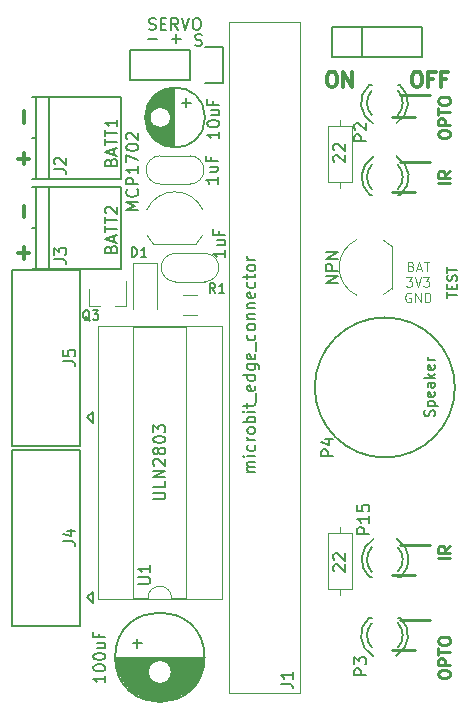
<source format=gto>
G04 #@! TF.FileFunction,Legend,Top*
%FSLAX46Y46*%
G04 Gerber Fmt 4.6, Leading zero omitted, Abs format (unit mm)*
G04 Created by KiCad (PCBNEW 4.0.7) date 09/14/19 13:27:37*
%MOMM*%
%LPD*%
G01*
G04 APERTURE LIST*
%ADD10C,0.100000*%
%ADD11C,0.200000*%
%ADD12C,0.300000*%
%ADD13C,0.254000*%
%ADD14C,0.150000*%
%ADD15C,0.120000*%
%ADD16C,0.127000*%
%ADD17C,0.250000*%
G04 APERTURE END LIST*
D10*
D11*
X152344381Y-103830286D02*
X151344381Y-103830286D01*
X151344381Y-103449333D01*
X151392000Y-103354095D01*
X151439619Y-103306476D01*
X151534857Y-103258857D01*
X151677714Y-103258857D01*
X151772952Y-103306476D01*
X151820571Y-103354095D01*
X151868190Y-103449333D01*
X151868190Y-103830286D01*
X152344381Y-102306476D02*
X152344381Y-102877905D01*
X152344381Y-102592191D02*
X151344381Y-102592191D01*
X151487238Y-102687429D01*
X151582476Y-102782667D01*
X151630095Y-102877905D01*
X151344381Y-101401714D02*
X151344381Y-101877905D01*
X151820571Y-101925524D01*
X151772952Y-101877905D01*
X151725333Y-101782667D01*
X151725333Y-101544571D01*
X151772952Y-101449333D01*
X151820571Y-101401714D01*
X151915810Y-101354095D01*
X152153905Y-101354095D01*
X152249143Y-101401714D01*
X152296762Y-101449333D01*
X152344381Y-101544571D01*
X152344381Y-101782667D01*
X152296762Y-101877905D01*
X152249143Y-101925524D01*
X152090381Y-70588095D02*
X151090381Y-70588095D01*
X151090381Y-70207142D01*
X151138000Y-70111904D01*
X151185619Y-70064285D01*
X151280857Y-70016666D01*
X151423714Y-70016666D01*
X151518952Y-70064285D01*
X151566571Y-70111904D01*
X151614190Y-70207142D01*
X151614190Y-70588095D01*
X151185619Y-69635714D02*
X151138000Y-69588095D01*
X151090381Y-69492857D01*
X151090381Y-69254761D01*
X151138000Y-69159523D01*
X151185619Y-69111904D01*
X151280857Y-69064285D01*
X151376095Y-69064285D01*
X151518952Y-69111904D01*
X152090381Y-69683333D01*
X152090381Y-69064285D01*
X149296381Y-97258095D02*
X148296381Y-97258095D01*
X148296381Y-96877142D01*
X148344000Y-96781904D01*
X148391619Y-96734285D01*
X148486857Y-96686666D01*
X148629714Y-96686666D01*
X148724952Y-96734285D01*
X148772571Y-96781904D01*
X148820190Y-96877142D01*
X148820190Y-97258095D01*
X148629714Y-95829523D02*
X149296381Y-95829523D01*
X148248762Y-96067619D02*
X148963048Y-96305714D01*
X148963048Y-95686666D01*
X152090381Y-115800095D02*
X151090381Y-115800095D01*
X151090381Y-115419142D01*
X151138000Y-115323904D01*
X151185619Y-115276285D01*
X151280857Y-115228666D01*
X151423714Y-115228666D01*
X151518952Y-115276285D01*
X151566571Y-115323904D01*
X151614190Y-115419142D01*
X151614190Y-115800095D01*
X151090381Y-114895333D02*
X151090381Y-114276285D01*
X151471333Y-114609619D01*
X151471333Y-114466761D01*
X151518952Y-114371523D01*
X151566571Y-114323904D01*
X151661810Y-114276285D01*
X151899905Y-114276285D01*
X151995143Y-114323904D01*
X152042762Y-114371523D01*
X152090381Y-114466761D01*
X152090381Y-114752476D01*
X152042762Y-114847714D01*
X151995143Y-114895333D01*
D10*
X155873524Y-81192857D02*
X155987810Y-81230952D01*
X156025905Y-81269048D01*
X156064000Y-81345238D01*
X156064000Y-81459524D01*
X156025905Y-81535714D01*
X155987810Y-81573810D01*
X155911619Y-81611905D01*
X155606857Y-81611905D01*
X155606857Y-80811905D01*
X155873524Y-80811905D01*
X155949714Y-80850000D01*
X155987810Y-80888095D01*
X156025905Y-80964286D01*
X156025905Y-81040476D01*
X155987810Y-81116667D01*
X155949714Y-81154762D01*
X155873524Y-81192857D01*
X155606857Y-81192857D01*
X156368762Y-81383333D02*
X156749714Y-81383333D01*
X156292571Y-81611905D02*
X156559238Y-80811905D01*
X156825905Y-81611905D01*
X156978285Y-80811905D02*
X157435428Y-80811905D01*
X157206857Y-81611905D02*
X157206857Y-80811905D01*
X155473524Y-82111905D02*
X155968762Y-82111905D01*
X155702095Y-82416667D01*
X155816381Y-82416667D01*
X155892571Y-82454762D01*
X155930667Y-82492857D01*
X155968762Y-82569048D01*
X155968762Y-82759524D01*
X155930667Y-82835714D01*
X155892571Y-82873810D01*
X155816381Y-82911905D01*
X155587809Y-82911905D01*
X155511619Y-82873810D01*
X155473524Y-82835714D01*
X156197333Y-82111905D02*
X156464000Y-82911905D01*
X156730667Y-82111905D01*
X156921143Y-82111905D02*
X157416381Y-82111905D01*
X157149714Y-82416667D01*
X157264000Y-82416667D01*
X157340190Y-82454762D01*
X157378286Y-82492857D01*
X157416381Y-82569048D01*
X157416381Y-82759524D01*
X157378286Y-82835714D01*
X157340190Y-82873810D01*
X157264000Y-82911905D01*
X157035428Y-82911905D01*
X156959238Y-82873810D01*
X156921143Y-82835714D01*
X155854477Y-83450000D02*
X155778286Y-83411905D01*
X155664001Y-83411905D01*
X155549715Y-83450000D01*
X155473524Y-83526190D01*
X155435429Y-83602381D01*
X155397334Y-83754762D01*
X155397334Y-83869048D01*
X155435429Y-84021429D01*
X155473524Y-84097619D01*
X155549715Y-84173810D01*
X155664001Y-84211905D01*
X155740191Y-84211905D01*
X155854477Y-84173810D01*
X155892572Y-84135714D01*
X155892572Y-83869048D01*
X155740191Y-83869048D01*
X156235429Y-84211905D02*
X156235429Y-83411905D01*
X156692572Y-84211905D01*
X156692572Y-83411905D01*
X157073524Y-84211905D02*
X157073524Y-83411905D01*
X157264000Y-83411905D01*
X157378286Y-83450000D01*
X157454477Y-83526190D01*
X157492572Y-83602381D01*
X157530667Y-83754762D01*
X157530667Y-83869048D01*
X157492572Y-84021429D01*
X157454477Y-84097619D01*
X157378286Y-84173810D01*
X157264000Y-84211905D01*
X157073524Y-84211905D01*
D12*
X156270477Y-64709524D02*
X156512381Y-64709524D01*
X156633334Y-64770000D01*
X156754286Y-64890952D01*
X156814762Y-65132857D01*
X156814762Y-65556190D01*
X156754286Y-65798095D01*
X156633334Y-65919048D01*
X156512381Y-65979524D01*
X156270477Y-65979524D01*
X156149524Y-65919048D01*
X156028572Y-65798095D01*
X155968096Y-65556190D01*
X155968096Y-65132857D01*
X156028572Y-64890952D01*
X156149524Y-64770000D01*
X156270477Y-64709524D01*
X157782381Y-65314286D02*
X157359048Y-65314286D01*
X157359048Y-65979524D02*
X157359048Y-64709524D01*
X157963810Y-64709524D01*
X158870952Y-65314286D02*
X158447619Y-65314286D01*
X158447619Y-65979524D02*
X158447619Y-64709524D01*
X159052381Y-64709524D01*
D13*
X154940000Y-111125000D02*
X157480000Y-111125000D01*
X154305000Y-74930000D02*
X156210000Y-74930000D01*
X154940000Y-72390000D02*
X157480000Y-72390000D01*
X154305000Y-113665000D02*
X156210000Y-113665000D01*
X154305000Y-107315000D02*
X156210000Y-107315000D01*
X154940000Y-104775000D02*
X157480000Y-104775000D01*
X154305000Y-68580000D02*
X156210000Y-68580000D01*
X154940000Y-66675000D02*
X157480000Y-66675000D01*
D14*
X132334048Y-113101429D02*
X133095953Y-113101429D01*
X132715001Y-113482381D02*
X132715001Y-112720476D01*
D13*
X159209619Y-74168000D02*
X158193619Y-74168000D01*
X159209619Y-73103619D02*
X158725810Y-73442285D01*
X159209619Y-73684190D02*
X158193619Y-73684190D01*
X158193619Y-73297143D01*
X158242000Y-73200381D01*
X158290381Y-73152000D01*
X158387143Y-73103619D01*
X158532286Y-73103619D01*
X158629048Y-73152000D01*
X158677429Y-73200381D01*
X158725810Y-73297143D01*
X158725810Y-73684190D01*
X159209619Y-105918000D02*
X158193619Y-105918000D01*
X159209619Y-104853619D02*
X158725810Y-105192285D01*
X159209619Y-105434190D02*
X158193619Y-105434190D01*
X158193619Y-105047143D01*
X158242000Y-104950381D01*
X158290381Y-104902000D01*
X158387143Y-104853619D01*
X158532286Y-104853619D01*
X158629048Y-104902000D01*
X158677429Y-104950381D01*
X158725810Y-105047143D01*
X158725810Y-105434190D01*
D11*
X138175714Y-61571238D02*
X138032857Y-61523619D01*
X137794761Y-61523619D01*
X137699523Y-61571238D01*
X137651904Y-61618857D01*
X137604285Y-61714095D01*
X137604285Y-61809333D01*
X137651904Y-61904571D01*
X137699523Y-61952190D01*
X137794761Y-61999810D01*
X137985238Y-62047429D01*
X138080476Y-62095048D01*
X138128095Y-62142667D01*
X138175714Y-62237905D01*
X138175714Y-62333143D01*
X138128095Y-62428381D01*
X138080476Y-62476000D01*
X137985238Y-62523619D01*
X137747142Y-62523619D01*
X137604285Y-62476000D01*
X136413809Y-61904571D02*
X135651904Y-61904571D01*
X136032856Y-61523619D02*
X136032856Y-62285524D01*
X134413809Y-61904571D02*
X133651904Y-61904571D01*
D12*
X123099286Y-68065953D02*
X123099286Y-69033572D01*
X123099286Y-71573572D02*
X123099286Y-72541191D01*
X122615476Y-72057381D02*
X123583095Y-72057381D01*
X123099286Y-76048810D02*
X123099286Y-77016429D01*
X123099286Y-79556429D02*
X123099286Y-80524048D01*
X122615476Y-80040238D02*
X123583095Y-80040238D01*
X149073810Y-64709524D02*
X149315714Y-64709524D01*
X149436667Y-64770000D01*
X149557619Y-64890952D01*
X149618095Y-65132857D01*
X149618095Y-65556190D01*
X149557619Y-65798095D01*
X149436667Y-65919048D01*
X149315714Y-65979524D01*
X149073810Y-65979524D01*
X148952857Y-65919048D01*
X148831905Y-65798095D01*
X148771429Y-65556190D01*
X148771429Y-65132857D01*
X148831905Y-64890952D01*
X148952857Y-64770000D01*
X149073810Y-64709524D01*
X150162381Y-65979524D02*
X150162381Y-64709524D01*
X150888095Y-65979524D01*
X150888095Y-64709524D01*
D14*
X159599690Y-91440000D02*
G75*
G03X159599690Y-91440000I-5929690J0D01*
G01*
X149225000Y-63500000D02*
X149225000Y-60960000D01*
X149225000Y-60960000D02*
X156845000Y-60960000D01*
X156845000Y-60960000D02*
X156845000Y-63500000D01*
X156845000Y-63500000D02*
X149225000Y-63500000D01*
X151765000Y-60960000D02*
X151765000Y-63500000D01*
D10*
X138430000Y-82480000D02*
X135930000Y-82480000D01*
X138430000Y-80080000D02*
X135930000Y-80080000D01*
X139630000Y-81280000D02*
G75*
G03X138430000Y-80080000I-1200000J0D01*
G01*
X138430000Y-82480000D02*
G75*
G03X139630000Y-81280000I0J1200000D01*
G01*
X135930000Y-80080000D02*
G75*
G03X134730000Y-81280000I0J-1200000D01*
G01*
X134730000Y-81280000D02*
G75*
G03X135930000Y-82480000I1200000J0D01*
G01*
X137160000Y-74225000D02*
X134660000Y-74225000D01*
X137160000Y-71825000D02*
X134660000Y-71825000D01*
X138360000Y-73025000D02*
G75*
G03X137160000Y-71825000I-1200000J0D01*
G01*
X137160000Y-74225000D02*
G75*
G03X138360000Y-73025000I0J1200000D01*
G01*
X134660000Y-71825000D02*
G75*
G03X133460000Y-73025000I0J-1200000D01*
G01*
X133460000Y-73025000D02*
G75*
G03X134660000Y-74225000I1200000J0D01*
G01*
D14*
X135835000Y-71079000D02*
X135835000Y-66081000D01*
X135695000Y-71071000D02*
X135695000Y-66089000D01*
X135555000Y-71055000D02*
X135555000Y-68675000D01*
X135555000Y-68485000D02*
X135555000Y-66105000D01*
X135415000Y-71031000D02*
X135415000Y-69070000D01*
X135415000Y-68090000D02*
X135415000Y-66129000D01*
X135275000Y-70998000D02*
X135275000Y-69237000D01*
X135275000Y-67923000D02*
X135275000Y-66162000D01*
X135135000Y-70957000D02*
X135135000Y-69344000D01*
X135135000Y-67816000D02*
X135135000Y-66203000D01*
X134995000Y-70907000D02*
X134995000Y-69415000D01*
X134995000Y-67745000D02*
X134995000Y-66253000D01*
X134855000Y-70846000D02*
X134855000Y-69459000D01*
X134855000Y-67701000D02*
X134855000Y-66314000D01*
X134715000Y-70776000D02*
X134715000Y-69478000D01*
X134715000Y-67682000D02*
X134715000Y-66384000D01*
X134575000Y-70694000D02*
X134575000Y-69476000D01*
X134575000Y-67684000D02*
X134575000Y-66466000D01*
X134435000Y-70599000D02*
X134435000Y-69451000D01*
X134435000Y-67709000D02*
X134435000Y-66561000D01*
X134295000Y-70488000D02*
X134295000Y-69403000D01*
X134295000Y-67757000D02*
X134295000Y-66672000D01*
X134155000Y-70360000D02*
X134155000Y-69325000D01*
X134155000Y-67835000D02*
X134155000Y-66800000D01*
X134015000Y-70211000D02*
X134015000Y-69208000D01*
X134015000Y-67952000D02*
X134015000Y-66949000D01*
X133875000Y-70032000D02*
X133875000Y-69020000D01*
X133875000Y-68140000D02*
X133875000Y-67128000D01*
X133735000Y-69813000D02*
X133735000Y-67347000D01*
X133595000Y-69524000D02*
X133595000Y-67636000D01*
X133455000Y-69052000D02*
X133455000Y-68108000D01*
X135560000Y-68580000D02*
G75*
G03X135560000Y-68580000I-900000J0D01*
G01*
X138447500Y-68580000D02*
G75*
G03X138447500Y-68580000I-2537500J0D01*
G01*
X138369000Y-114355000D02*
X130871000Y-114355000D01*
X138364000Y-114495000D02*
X130876000Y-114495000D01*
X138353000Y-114635000D02*
X135066000Y-114635000D01*
X134174000Y-114635000D02*
X130887000Y-114635000D01*
X138337000Y-114775000D02*
X135276000Y-114775000D01*
X133964000Y-114775000D02*
X130903000Y-114775000D01*
X138316000Y-114915000D02*
X135409000Y-114915000D01*
X133831000Y-114915000D02*
X130924000Y-114915000D01*
X138289000Y-115055000D02*
X135500000Y-115055000D01*
X133740000Y-115055000D02*
X130951000Y-115055000D01*
X138257000Y-115195000D02*
X135562000Y-115195000D01*
X133678000Y-115195000D02*
X130983000Y-115195000D01*
X138219000Y-115335000D02*
X135601000Y-115335000D01*
X133639000Y-115335000D02*
X131021000Y-115335000D01*
X138175000Y-115475000D02*
X135618000Y-115475000D01*
X133622000Y-115475000D02*
X131065000Y-115475000D01*
X138124000Y-115615000D02*
X135616000Y-115615000D01*
X133624000Y-115615000D02*
X131116000Y-115615000D01*
X138068000Y-115755000D02*
X135594000Y-115755000D01*
X133646000Y-115755000D02*
X131172000Y-115755000D01*
X138004000Y-115895000D02*
X135551000Y-115895000D01*
X133689000Y-115895000D02*
X131236000Y-115895000D01*
X137934000Y-116035000D02*
X135483000Y-116035000D01*
X133757000Y-116035000D02*
X131306000Y-116035000D01*
X137856000Y-116175000D02*
X135384000Y-116175000D01*
X133856000Y-116175000D02*
X131384000Y-116175000D01*
X137770000Y-116315000D02*
X135239000Y-116315000D01*
X134001000Y-116315000D02*
X131470000Y-116315000D01*
X137675000Y-116455000D02*
X135000000Y-116455000D01*
X134240000Y-116455000D02*
X131565000Y-116455000D01*
X137570000Y-116595000D02*
X131670000Y-116595000D01*
X137455000Y-116735000D02*
X131785000Y-116735000D01*
X137327000Y-116875000D02*
X131913000Y-116875000D01*
X137186000Y-117015000D02*
X132054000Y-117015000D01*
X137028000Y-117155000D02*
X132212000Y-117155000D01*
X136850000Y-117295000D02*
X132390000Y-117295000D01*
X136647000Y-117435000D02*
X132593000Y-117435000D01*
X136410000Y-117575000D02*
X132830000Y-117575000D01*
X136124000Y-117715000D02*
X133116000Y-117715000D01*
X135752000Y-117855000D02*
X133488000Y-117855000D01*
X135131000Y-117995000D02*
X134109000Y-117995000D01*
X135620000Y-115530000D02*
G75*
G03X135620000Y-115530000I-1000000J0D01*
G01*
X138407500Y-114280000D02*
G75*
G03X138407500Y-114280000I-3787500J0D01*
G01*
D15*
X134090000Y-79320000D02*
X137690000Y-79320000D01*
X133565816Y-78592795D02*
G75*
G03X134090000Y-79320000I2324184J1122795D01*
G01*
X133533600Y-76371193D02*
G75*
G02X135890000Y-74870000I2356400J-1098807D01*
G01*
X138246400Y-76371193D02*
G75*
G03X135890000Y-74870000I-2356400J-1098807D01*
G01*
X138214184Y-78592795D02*
G75*
G02X137690000Y-79320000I-2324184J1122795D01*
G01*
X154250000Y-83080000D02*
X154250000Y-79480000D01*
X153522795Y-83604184D02*
G75*
G03X154250000Y-83080000I-1122795J2324184D01*
G01*
X151301193Y-83636400D02*
G75*
G02X149800000Y-81280000I1098807J2356400D01*
G01*
X151301193Y-78923600D02*
G75*
G03X149800000Y-81280000I1098807J-2356400D01*
G01*
X153522795Y-78955816D02*
G75*
G02X154250000Y-79480000I-1122795J-2324184D01*
G01*
D14*
X122110000Y-96430000D02*
X122110000Y-81530000D01*
X127860000Y-96430000D02*
X127860000Y-81530000D01*
X122110000Y-96430000D02*
X127860000Y-96430000D01*
X122110000Y-81530000D02*
X127860000Y-81530000D01*
X128960000Y-94480000D02*
X128960000Y-93480000D01*
X128460000Y-93980000D02*
X128960000Y-93480000D01*
X128460000Y-93980000D02*
X128960000Y-94480000D01*
X152356000Y-110926000D02*
X152556000Y-110926000D01*
X154950000Y-110926000D02*
X154770000Y-110926000D01*
X154639643Y-114153744D02*
G75*
G03X154956000Y-110926000I-1003643J1727744D01*
G01*
X154769068Y-113478006D02*
G75*
G03X154770000Y-111375000I-1133068J1052006D01*
G01*
X152329274Y-110938780D02*
G75*
G03X152676000Y-114176000I1306726J-1497220D01*
G01*
X152556747Y-111412111D02*
G75*
G03X152576000Y-113460000I1079253J-1013889D01*
G01*
X152356000Y-65841000D02*
X152556000Y-65841000D01*
X154950000Y-65841000D02*
X154770000Y-65841000D01*
X154639643Y-69068744D02*
G75*
G03X154956000Y-65841000I-1003643J1727744D01*
G01*
X154769068Y-68393006D02*
G75*
G03X154770000Y-66290000I-1133068J1052006D01*
G01*
X152329274Y-65853780D02*
G75*
G03X152676000Y-69091000I1306726J-1497220D01*
G01*
X152556747Y-66327111D02*
G75*
G03X152576000Y-68375000I1079253J-1013889D01*
G01*
X154984000Y-75129000D02*
X154784000Y-75129000D01*
X152390000Y-75129000D02*
X152570000Y-75129000D01*
X152700357Y-71901256D02*
G75*
G03X152384000Y-75129000I1003643J-1727744D01*
G01*
X152570932Y-72576994D02*
G75*
G03X152570000Y-74680000I1133068J-1052006D01*
G01*
X155010726Y-75116220D02*
G75*
G03X154664000Y-71879000I-1306726J1497220D01*
G01*
X154783253Y-74642889D02*
G75*
G03X154764000Y-72595000I-1079253J1013889D01*
G01*
X137160000Y-62865000D02*
X132080000Y-62865000D01*
X132080000Y-62865000D02*
X132080000Y-65405000D01*
X132080000Y-65405000D02*
X137160000Y-65405000D01*
X139980000Y-65685000D02*
X138430000Y-65685000D01*
X137160000Y-65405000D02*
X137160000Y-62865000D01*
X138430000Y-62585000D02*
X139980000Y-62585000D01*
X139980000Y-62585000D02*
X139980000Y-65685000D01*
X124170000Y-70330000D02*
X123770000Y-70330000D01*
X125270000Y-66830000D02*
X125270000Y-73830000D01*
X124170000Y-66830000D02*
X124170000Y-73830000D01*
X131370000Y-66830000D02*
X123770000Y-66830000D01*
X123770000Y-73830000D02*
X131370000Y-73830000D01*
X131370000Y-73830000D02*
X131370000Y-66830000D01*
X124170000Y-77950000D02*
X123770000Y-77950000D01*
X125270000Y-74450000D02*
X125270000Y-81450000D01*
X124170000Y-74450000D02*
X124170000Y-81450000D01*
X131370000Y-74450000D02*
X123770000Y-74450000D01*
X123770000Y-81450000D02*
X131370000Y-81450000D01*
X131370000Y-81450000D02*
X131370000Y-74450000D01*
X154984000Y-107514000D02*
X154784000Y-107514000D01*
X152390000Y-107514000D02*
X152570000Y-107514000D01*
X152700357Y-104286256D02*
G75*
G03X152384000Y-107514000I1003643J-1727744D01*
G01*
X152570932Y-104961994D02*
G75*
G03X152570000Y-107065000I1133068J-1052006D01*
G01*
X155010726Y-107501220D02*
G75*
G03X154664000Y-104264000I-1306726J1497220D01*
G01*
X154783253Y-107027889D02*
G75*
G03X154764000Y-104980000I-1079253J1013889D01*
G01*
D15*
X149860000Y-69315000D02*
X149860000Y-68815000D01*
X149860000Y-74065000D02*
X149860000Y-74565000D01*
X148860000Y-74065000D02*
X150860000Y-74065000D01*
X150860000Y-74065000D02*
X150860000Y-69315000D01*
X150860000Y-69315000D02*
X148860000Y-69315000D01*
X148860000Y-69315000D02*
X148860000Y-74065000D01*
X149860000Y-108485000D02*
X149860000Y-108985000D01*
X149860000Y-103735000D02*
X149860000Y-103235000D01*
X150860000Y-103735000D02*
X148860000Y-103735000D01*
X148860000Y-103735000D02*
X148860000Y-108485000D01*
X148860000Y-108485000D02*
X150860000Y-108485000D01*
X150860000Y-108485000D02*
X150860000Y-103735000D01*
X146510000Y-60500000D02*
X140510000Y-60500000D01*
X146510000Y-117300000D02*
X140510000Y-117300000D01*
X146510000Y-117300000D02*
X146510000Y-60500000D01*
X140510000Y-117300000D02*
X140510000Y-60500000D01*
X133620000Y-109280000D02*
G75*
G02X135620000Y-109280000I1000000J0D01*
G01*
X135620000Y-109280000D02*
X136870000Y-109280000D01*
X136870000Y-109280000D02*
X136870000Y-86300000D01*
X136870000Y-86300000D02*
X132370000Y-86300000D01*
X132370000Y-86300000D02*
X132370000Y-109280000D01*
X132370000Y-109280000D02*
X133620000Y-109280000D01*
X139870000Y-109340000D02*
X139870000Y-86240000D01*
X139870000Y-86240000D02*
X129370000Y-86240000D01*
X129370000Y-86240000D02*
X129370000Y-109340000D01*
X129370000Y-109340000D02*
X139870000Y-109340000D01*
D14*
X122110000Y-111670000D02*
X122110000Y-96770000D01*
X127860000Y-111670000D02*
X127860000Y-96770000D01*
X122110000Y-111670000D02*
X127860000Y-111670000D01*
X122110000Y-96770000D02*
X127860000Y-96770000D01*
X128960000Y-109720000D02*
X128960000Y-108720000D01*
X128460000Y-109220000D02*
X128960000Y-108720000D01*
X128460000Y-109220000D02*
X128960000Y-109720000D01*
D15*
X128595000Y-84580000D02*
X129525000Y-84580000D01*
X131755000Y-84580000D02*
X130825000Y-84580000D01*
X131755000Y-84580000D02*
X131755000Y-82420000D01*
X128595000Y-84580000D02*
X128595000Y-83120000D01*
X137760000Y-85335000D02*
X136560000Y-85335000D01*
X136560000Y-83575000D02*
X137760000Y-83575000D01*
X134350000Y-80935000D02*
X132350000Y-80935000D01*
X132350000Y-80935000D02*
X132350000Y-84835000D01*
X134350000Y-80935000D02*
X134350000Y-84835000D01*
D16*
X157839833Y-93895333D02*
X157882167Y-93768333D01*
X157882167Y-93556666D01*
X157839833Y-93471999D01*
X157797500Y-93429666D01*
X157712833Y-93387333D01*
X157628167Y-93387333D01*
X157543500Y-93429666D01*
X157501167Y-93471999D01*
X157458833Y-93556666D01*
X157416500Y-93725999D01*
X157374167Y-93810666D01*
X157331833Y-93852999D01*
X157247167Y-93895333D01*
X157162500Y-93895333D01*
X157077833Y-93852999D01*
X157035500Y-93810666D01*
X156993167Y-93725999D01*
X156993167Y-93514333D01*
X157035500Y-93387333D01*
X157289500Y-93006332D02*
X158178500Y-93006332D01*
X157331833Y-93006332D02*
X157289500Y-92921666D01*
X157289500Y-92752332D01*
X157331833Y-92667666D01*
X157374167Y-92625332D01*
X157458833Y-92582999D01*
X157712833Y-92582999D01*
X157797500Y-92625332D01*
X157839833Y-92667666D01*
X157882167Y-92752332D01*
X157882167Y-92921666D01*
X157839833Y-93006332D01*
X157839833Y-91863333D02*
X157882167Y-91947999D01*
X157882167Y-92117333D01*
X157839833Y-92201999D01*
X157755167Y-92244333D01*
X157416500Y-92244333D01*
X157331833Y-92201999D01*
X157289500Y-92117333D01*
X157289500Y-91947999D01*
X157331833Y-91863333D01*
X157416500Y-91820999D01*
X157501167Y-91820999D01*
X157585833Y-92244333D01*
X157882167Y-91058999D02*
X157416500Y-91058999D01*
X157331833Y-91101333D01*
X157289500Y-91185999D01*
X157289500Y-91355333D01*
X157331833Y-91439999D01*
X157839833Y-91058999D02*
X157882167Y-91143666D01*
X157882167Y-91355333D01*
X157839833Y-91439999D01*
X157755167Y-91482333D01*
X157670500Y-91482333D01*
X157585833Y-91439999D01*
X157543500Y-91355333D01*
X157543500Y-91143666D01*
X157501167Y-91058999D01*
X157882167Y-90635666D02*
X156993167Y-90635666D01*
X157543500Y-90551000D02*
X157882167Y-90297000D01*
X157289500Y-90297000D02*
X157628167Y-90635666D01*
X157839833Y-89577333D02*
X157882167Y-89661999D01*
X157882167Y-89831333D01*
X157839833Y-89915999D01*
X157755167Y-89958333D01*
X157416500Y-89958333D01*
X157331833Y-89915999D01*
X157289500Y-89831333D01*
X157289500Y-89661999D01*
X157331833Y-89577333D01*
X157416500Y-89534999D01*
X157501167Y-89534999D01*
X157585833Y-89958333D01*
X157882167Y-89153999D02*
X157289500Y-89153999D01*
X157458833Y-89153999D02*
X157374167Y-89111666D01*
X157331833Y-89069333D01*
X157289500Y-88984666D01*
X157289500Y-88899999D01*
D14*
X140152381Y-79843238D02*
X140152381Y-80414667D01*
X140152381Y-80128953D02*
X139152381Y-80128953D01*
X139295238Y-80224191D01*
X139390476Y-80319429D01*
X139438095Y-80414667D01*
X139485714Y-78986095D02*
X140152381Y-78986095D01*
X139485714Y-79414667D02*
X140009524Y-79414667D01*
X140104762Y-79367048D01*
X140152381Y-79271810D01*
X140152381Y-79128952D01*
X140104762Y-79033714D01*
X140057143Y-78986095D01*
X139628571Y-78176571D02*
X139628571Y-78509905D01*
X140152381Y-78509905D02*
X139152381Y-78509905D01*
X139152381Y-78033714D01*
X139517381Y-73620238D02*
X139517381Y-74191667D01*
X139517381Y-73905953D02*
X138517381Y-73905953D01*
X138660238Y-74001191D01*
X138755476Y-74096429D01*
X138803095Y-74191667D01*
X138850714Y-72763095D02*
X139517381Y-72763095D01*
X138850714Y-73191667D02*
X139374524Y-73191667D01*
X139469762Y-73144048D01*
X139517381Y-73048810D01*
X139517381Y-72905952D01*
X139469762Y-72810714D01*
X139422143Y-72763095D01*
X138993571Y-71953571D02*
X138993571Y-72286905D01*
X139517381Y-72286905D02*
X138517381Y-72286905D01*
X138517381Y-71810714D01*
X139644381Y-69778428D02*
X139644381Y-70349857D01*
X139644381Y-70064143D02*
X138644381Y-70064143D01*
X138787238Y-70159381D01*
X138882476Y-70254619D01*
X138930095Y-70349857D01*
X138644381Y-69159381D02*
X138644381Y-69064142D01*
X138692000Y-68968904D01*
X138739619Y-68921285D01*
X138834857Y-68873666D01*
X139025333Y-68826047D01*
X139263429Y-68826047D01*
X139453905Y-68873666D01*
X139549143Y-68921285D01*
X139596762Y-68968904D01*
X139644381Y-69064142D01*
X139644381Y-69159381D01*
X139596762Y-69254619D01*
X139549143Y-69302238D01*
X139453905Y-69349857D01*
X139263429Y-69397476D01*
X139025333Y-69397476D01*
X138834857Y-69349857D01*
X138739619Y-69302238D01*
X138692000Y-69254619D01*
X138644381Y-69159381D01*
X138977714Y-67968904D02*
X139644381Y-67968904D01*
X138977714Y-68397476D02*
X139501524Y-68397476D01*
X139596762Y-68349857D01*
X139644381Y-68254619D01*
X139644381Y-68111761D01*
X139596762Y-68016523D01*
X139549143Y-67968904D01*
X139120571Y-67159380D02*
X139120571Y-67492714D01*
X139644381Y-67492714D02*
X138644381Y-67492714D01*
X138644381Y-67016523D01*
X136479048Y-67351429D02*
X137240953Y-67351429D01*
X136860001Y-67732381D02*
X136860001Y-66970476D01*
X129992381Y-115847619D02*
X129992381Y-116419048D01*
X129992381Y-116133334D02*
X128992381Y-116133334D01*
X129135238Y-116228572D01*
X129230476Y-116323810D01*
X129278095Y-116419048D01*
X128992381Y-115228572D02*
X128992381Y-115133333D01*
X129040000Y-115038095D01*
X129087619Y-114990476D01*
X129182857Y-114942857D01*
X129373333Y-114895238D01*
X129611429Y-114895238D01*
X129801905Y-114942857D01*
X129897143Y-114990476D01*
X129944762Y-115038095D01*
X129992381Y-115133333D01*
X129992381Y-115228572D01*
X129944762Y-115323810D01*
X129897143Y-115371429D01*
X129801905Y-115419048D01*
X129611429Y-115466667D01*
X129373333Y-115466667D01*
X129182857Y-115419048D01*
X129087619Y-115371429D01*
X129040000Y-115323810D01*
X128992381Y-115228572D01*
X128992381Y-114276191D02*
X128992381Y-114180952D01*
X129040000Y-114085714D01*
X129087619Y-114038095D01*
X129182857Y-113990476D01*
X129373333Y-113942857D01*
X129611429Y-113942857D01*
X129801905Y-113990476D01*
X129897143Y-114038095D01*
X129944762Y-114085714D01*
X129992381Y-114180952D01*
X129992381Y-114276191D01*
X129944762Y-114371429D01*
X129897143Y-114419048D01*
X129801905Y-114466667D01*
X129611429Y-114514286D01*
X129373333Y-114514286D01*
X129182857Y-114466667D01*
X129087619Y-114419048D01*
X129040000Y-114371429D01*
X128992381Y-114276191D01*
X129325714Y-113085714D02*
X129992381Y-113085714D01*
X129325714Y-113514286D02*
X129849524Y-113514286D01*
X129944762Y-113466667D01*
X129992381Y-113371429D01*
X129992381Y-113228571D01*
X129944762Y-113133333D01*
X129897143Y-113085714D01*
X129468571Y-112276190D02*
X129468571Y-112609524D01*
X129992381Y-112609524D02*
X128992381Y-112609524D01*
X128992381Y-112133333D01*
X132786381Y-76390095D02*
X131786381Y-76390095D01*
X132500667Y-76056761D01*
X131786381Y-75723428D01*
X132786381Y-75723428D01*
X132691143Y-74675809D02*
X132738762Y-74723428D01*
X132786381Y-74866285D01*
X132786381Y-74961523D01*
X132738762Y-75104381D01*
X132643524Y-75199619D01*
X132548286Y-75247238D01*
X132357810Y-75294857D01*
X132214952Y-75294857D01*
X132024476Y-75247238D01*
X131929238Y-75199619D01*
X131834000Y-75104381D01*
X131786381Y-74961523D01*
X131786381Y-74866285D01*
X131834000Y-74723428D01*
X131881619Y-74675809D01*
X132786381Y-74247238D02*
X131786381Y-74247238D01*
X131786381Y-73866285D01*
X131834000Y-73771047D01*
X131881619Y-73723428D01*
X131976857Y-73675809D01*
X132119714Y-73675809D01*
X132214952Y-73723428D01*
X132262571Y-73771047D01*
X132310190Y-73866285D01*
X132310190Y-74247238D01*
X132786381Y-72723428D02*
X132786381Y-73294857D01*
X132786381Y-73009143D02*
X131786381Y-73009143D01*
X131929238Y-73104381D01*
X132024476Y-73199619D01*
X132072095Y-73294857D01*
X131786381Y-72390095D02*
X131786381Y-71723428D01*
X132786381Y-72152000D01*
X131786381Y-71152000D02*
X131786381Y-71056761D01*
X131834000Y-70961523D01*
X131881619Y-70913904D01*
X131976857Y-70866285D01*
X132167333Y-70818666D01*
X132405429Y-70818666D01*
X132595905Y-70866285D01*
X132691143Y-70913904D01*
X132738762Y-70961523D01*
X132786381Y-71056761D01*
X132786381Y-71152000D01*
X132738762Y-71247238D01*
X132691143Y-71294857D01*
X132595905Y-71342476D01*
X132405429Y-71390095D01*
X132167333Y-71390095D01*
X131976857Y-71342476D01*
X131881619Y-71294857D01*
X131834000Y-71247238D01*
X131786381Y-71152000D01*
X131881619Y-70437714D02*
X131834000Y-70390095D01*
X131786381Y-70294857D01*
X131786381Y-70056761D01*
X131834000Y-69961523D01*
X131881619Y-69913904D01*
X131976857Y-69866285D01*
X132072095Y-69866285D01*
X132214952Y-69913904D01*
X132786381Y-70485333D01*
X132786381Y-69866285D01*
X149677381Y-82589524D02*
X148677381Y-82589524D01*
X149677381Y-82018095D01*
X148677381Y-82018095D01*
X149677381Y-81541905D02*
X148677381Y-81541905D01*
X148677381Y-81160952D01*
X148725000Y-81065714D01*
X148772619Y-81018095D01*
X148867857Y-80970476D01*
X149010714Y-80970476D01*
X149105952Y-81018095D01*
X149153571Y-81065714D01*
X149201190Y-81160952D01*
X149201190Y-81541905D01*
X149677381Y-80541905D02*
X148677381Y-80541905D01*
X149677381Y-79970476D01*
X148677381Y-79970476D01*
X158946905Y-83826191D02*
X158946905Y-83369048D01*
X159746905Y-83597619D02*
X158946905Y-83597619D01*
X159327857Y-83102381D02*
X159327857Y-82835714D01*
X159746905Y-82721428D02*
X159746905Y-83102381D01*
X158946905Y-83102381D01*
X158946905Y-82721428D01*
X159708810Y-82416666D02*
X159746905Y-82302380D01*
X159746905Y-82111904D01*
X159708810Y-82035714D01*
X159670714Y-81997618D01*
X159594524Y-81959523D01*
X159518333Y-81959523D01*
X159442143Y-81997618D01*
X159404048Y-82035714D01*
X159365952Y-82111904D01*
X159327857Y-82264285D01*
X159289762Y-82340476D01*
X159251667Y-82378571D01*
X159175476Y-82416666D01*
X159099286Y-82416666D01*
X159023095Y-82378571D01*
X158985000Y-82340476D01*
X158946905Y-82264285D01*
X158946905Y-82073809D01*
X158985000Y-81959523D01*
X158946905Y-81730952D02*
X158946905Y-81273809D01*
X159746905Y-81502380D02*
X158946905Y-81502380D01*
X126452381Y-89233333D02*
X127166667Y-89233333D01*
X127309524Y-89280953D01*
X127404762Y-89376191D01*
X127452381Y-89519048D01*
X127452381Y-89614286D01*
X126452381Y-88280952D02*
X126452381Y-88757143D01*
X126928571Y-88804762D01*
X126880952Y-88757143D01*
X126833333Y-88661905D01*
X126833333Y-88423809D01*
X126880952Y-88328571D01*
X126928571Y-88280952D01*
X127023810Y-88233333D01*
X127261905Y-88233333D01*
X127357143Y-88280952D01*
X127404762Y-88328571D01*
X127452381Y-88423809D01*
X127452381Y-88661905D01*
X127404762Y-88757143D01*
X127357143Y-88804762D01*
D17*
X158202381Y-115800000D02*
X158202381Y-115609523D01*
X158250000Y-115514285D01*
X158345238Y-115419047D01*
X158535714Y-115371428D01*
X158869048Y-115371428D01*
X159059524Y-115419047D01*
X159154762Y-115514285D01*
X159202381Y-115609523D01*
X159202381Y-115800000D01*
X159154762Y-115895238D01*
X159059524Y-115990476D01*
X158869048Y-116038095D01*
X158535714Y-116038095D01*
X158345238Y-115990476D01*
X158250000Y-115895238D01*
X158202381Y-115800000D01*
X159202381Y-114942857D02*
X158202381Y-114942857D01*
X158202381Y-114561904D01*
X158250000Y-114466666D01*
X158297619Y-114419047D01*
X158392857Y-114371428D01*
X158535714Y-114371428D01*
X158630952Y-114419047D01*
X158678571Y-114466666D01*
X158726190Y-114561904D01*
X158726190Y-114942857D01*
X158202381Y-114085714D02*
X158202381Y-113514285D01*
X159202381Y-113800000D02*
X158202381Y-113800000D01*
X158202381Y-112990476D02*
X158202381Y-112799999D01*
X158250000Y-112704761D01*
X158345238Y-112609523D01*
X158535714Y-112561904D01*
X158869048Y-112561904D01*
X159059524Y-112609523D01*
X159154762Y-112704761D01*
X159202381Y-112799999D01*
X159202381Y-112990476D01*
X159154762Y-113085714D01*
X159059524Y-113180952D01*
X158869048Y-113228571D01*
X158535714Y-113228571D01*
X158345238Y-113180952D01*
X158250000Y-113085714D01*
X158202381Y-112990476D01*
X158202381Y-70080000D02*
X158202381Y-69889523D01*
X158250000Y-69794285D01*
X158345238Y-69699047D01*
X158535714Y-69651428D01*
X158869048Y-69651428D01*
X159059524Y-69699047D01*
X159154762Y-69794285D01*
X159202381Y-69889523D01*
X159202381Y-70080000D01*
X159154762Y-70175238D01*
X159059524Y-70270476D01*
X158869048Y-70318095D01*
X158535714Y-70318095D01*
X158345238Y-70270476D01*
X158250000Y-70175238D01*
X158202381Y-70080000D01*
X159202381Y-69222857D02*
X158202381Y-69222857D01*
X158202381Y-68841904D01*
X158250000Y-68746666D01*
X158297619Y-68699047D01*
X158392857Y-68651428D01*
X158535714Y-68651428D01*
X158630952Y-68699047D01*
X158678571Y-68746666D01*
X158726190Y-68841904D01*
X158726190Y-69222857D01*
X158202381Y-68365714D02*
X158202381Y-67794285D01*
X159202381Y-68080000D02*
X158202381Y-68080000D01*
X158202381Y-67270476D02*
X158202381Y-67079999D01*
X158250000Y-66984761D01*
X158345238Y-66889523D01*
X158535714Y-66841904D01*
X158869048Y-66841904D01*
X159059524Y-66889523D01*
X159154762Y-66984761D01*
X159202381Y-67079999D01*
X159202381Y-67270476D01*
X159154762Y-67365714D01*
X159059524Y-67460952D01*
X158869048Y-67508571D01*
X158535714Y-67508571D01*
X158345238Y-67460952D01*
X158250000Y-67365714D01*
X158202381Y-67270476D01*
D14*
X133699524Y-61110762D02*
X133842381Y-61158381D01*
X134080477Y-61158381D01*
X134175715Y-61110762D01*
X134223334Y-61063143D01*
X134270953Y-60967905D01*
X134270953Y-60872667D01*
X134223334Y-60777429D01*
X134175715Y-60729810D01*
X134080477Y-60682190D01*
X133890000Y-60634571D01*
X133794762Y-60586952D01*
X133747143Y-60539333D01*
X133699524Y-60444095D01*
X133699524Y-60348857D01*
X133747143Y-60253619D01*
X133794762Y-60206000D01*
X133890000Y-60158381D01*
X134128096Y-60158381D01*
X134270953Y-60206000D01*
X134699524Y-60634571D02*
X135032858Y-60634571D01*
X135175715Y-61158381D02*
X134699524Y-61158381D01*
X134699524Y-60158381D01*
X135175715Y-60158381D01*
X136175715Y-61158381D02*
X135842381Y-60682190D01*
X135604286Y-61158381D02*
X135604286Y-60158381D01*
X135985239Y-60158381D01*
X136080477Y-60206000D01*
X136128096Y-60253619D01*
X136175715Y-60348857D01*
X136175715Y-60491714D01*
X136128096Y-60586952D01*
X136080477Y-60634571D01*
X135985239Y-60682190D01*
X135604286Y-60682190D01*
X136461429Y-60158381D02*
X136794762Y-61158381D01*
X137128096Y-60158381D01*
X137651905Y-60158381D02*
X137842382Y-60158381D01*
X137937620Y-60206000D01*
X138032858Y-60301238D01*
X138080477Y-60491714D01*
X138080477Y-60825048D01*
X138032858Y-61015524D01*
X137937620Y-61110762D01*
X137842382Y-61158381D01*
X137651905Y-61158381D01*
X137556667Y-61110762D01*
X137461429Y-61015524D01*
X137413810Y-60825048D01*
X137413810Y-60491714D01*
X137461429Y-60301238D01*
X137556667Y-60206000D01*
X137651905Y-60158381D01*
X125690381Y-72977333D02*
X126404667Y-72977333D01*
X126547524Y-73024953D01*
X126642762Y-73120191D01*
X126690381Y-73263048D01*
X126690381Y-73358286D01*
X125785619Y-72548762D02*
X125738000Y-72501143D01*
X125690381Y-72405905D01*
X125690381Y-72167809D01*
X125738000Y-72072571D01*
X125785619Y-72024952D01*
X125880857Y-71977333D01*
X125976095Y-71977333D01*
X126118952Y-72024952D01*
X126690381Y-72596381D01*
X126690381Y-71977333D01*
X130484571Y-72334238D02*
X130532190Y-72191381D01*
X130579810Y-72143762D01*
X130675048Y-72096143D01*
X130817905Y-72096143D01*
X130913143Y-72143762D01*
X130960762Y-72191381D01*
X131008381Y-72286619D01*
X131008381Y-72667572D01*
X130008381Y-72667572D01*
X130008381Y-72334238D01*
X130056000Y-72239000D01*
X130103619Y-72191381D01*
X130198857Y-72143762D01*
X130294095Y-72143762D01*
X130389333Y-72191381D01*
X130436952Y-72239000D01*
X130484571Y-72334238D01*
X130484571Y-72667572D01*
X130722667Y-71715191D02*
X130722667Y-71239000D01*
X131008381Y-71810429D02*
X130008381Y-71477096D01*
X131008381Y-71143762D01*
X130008381Y-70953286D02*
X130008381Y-70381857D01*
X131008381Y-70667572D02*
X130008381Y-70667572D01*
X130008381Y-70191381D02*
X130008381Y-69619952D01*
X131008381Y-69905667D02*
X130008381Y-69905667D01*
X131008381Y-68762809D02*
X131008381Y-69334238D01*
X131008381Y-69048524D02*
X130008381Y-69048524D01*
X130151238Y-69143762D01*
X130246476Y-69239000D01*
X130294095Y-69334238D01*
X125690381Y-80597333D02*
X126404667Y-80597333D01*
X126547524Y-80644953D01*
X126642762Y-80740191D01*
X126690381Y-80883048D01*
X126690381Y-80978286D01*
X125690381Y-80216381D02*
X125690381Y-79597333D01*
X126071333Y-79930667D01*
X126071333Y-79787809D01*
X126118952Y-79692571D01*
X126166571Y-79644952D01*
X126261810Y-79597333D01*
X126499905Y-79597333D01*
X126595143Y-79644952D01*
X126642762Y-79692571D01*
X126690381Y-79787809D01*
X126690381Y-80073524D01*
X126642762Y-80168762D01*
X126595143Y-80216381D01*
X130484571Y-79700238D02*
X130532190Y-79557381D01*
X130579810Y-79509762D01*
X130675048Y-79462143D01*
X130817905Y-79462143D01*
X130913143Y-79509762D01*
X130960762Y-79557381D01*
X131008381Y-79652619D01*
X131008381Y-80033572D01*
X130008381Y-80033572D01*
X130008381Y-79700238D01*
X130056000Y-79605000D01*
X130103619Y-79557381D01*
X130198857Y-79509762D01*
X130294095Y-79509762D01*
X130389333Y-79557381D01*
X130436952Y-79605000D01*
X130484571Y-79700238D01*
X130484571Y-80033572D01*
X130722667Y-79081191D02*
X130722667Y-78605000D01*
X131008381Y-79176429D02*
X130008381Y-78843096D01*
X131008381Y-78509762D01*
X130008381Y-78319286D02*
X130008381Y-77747857D01*
X131008381Y-78033572D02*
X130008381Y-78033572D01*
X130008381Y-77557381D02*
X130008381Y-76985952D01*
X131008381Y-77271667D02*
X130008381Y-77271667D01*
X130103619Y-76700238D02*
X130056000Y-76652619D01*
X130008381Y-76557381D01*
X130008381Y-76319285D01*
X130056000Y-76224047D01*
X130103619Y-76176428D01*
X130198857Y-76128809D01*
X130294095Y-76128809D01*
X130436952Y-76176428D01*
X131008381Y-76747857D01*
X131008381Y-76128809D01*
X149407619Y-72326905D02*
X149360000Y-72279286D01*
X149312381Y-72184048D01*
X149312381Y-71945952D01*
X149360000Y-71850714D01*
X149407619Y-71803095D01*
X149502857Y-71755476D01*
X149598095Y-71755476D01*
X149740952Y-71803095D01*
X150312381Y-72374524D01*
X150312381Y-71755476D01*
X149407619Y-71374524D02*
X149360000Y-71326905D01*
X149312381Y-71231667D01*
X149312381Y-70993571D01*
X149360000Y-70898333D01*
X149407619Y-70850714D01*
X149502857Y-70803095D01*
X149598095Y-70803095D01*
X149740952Y-70850714D01*
X150312381Y-71422143D01*
X150312381Y-70803095D01*
X149407619Y-106996905D02*
X149360000Y-106949286D01*
X149312381Y-106854048D01*
X149312381Y-106615952D01*
X149360000Y-106520714D01*
X149407619Y-106473095D01*
X149502857Y-106425476D01*
X149598095Y-106425476D01*
X149740952Y-106473095D01*
X150312381Y-107044524D01*
X150312381Y-106425476D01*
X149407619Y-106044524D02*
X149360000Y-105996905D01*
X149312381Y-105901667D01*
X149312381Y-105663571D01*
X149360000Y-105568333D01*
X149407619Y-105520714D01*
X149502857Y-105473095D01*
X149598095Y-105473095D01*
X149740952Y-105520714D01*
X150312381Y-106092143D01*
X150312381Y-105473095D01*
X144867381Y-116538333D02*
X145581667Y-116538333D01*
X145724524Y-116585953D01*
X145819762Y-116681191D01*
X145867381Y-116824048D01*
X145867381Y-116919286D01*
X145867381Y-115538333D02*
X145867381Y-116109762D01*
X145867381Y-115824048D02*
X144867381Y-115824048D01*
X145010238Y-115919286D01*
X145105476Y-116014524D01*
X145153095Y-116109762D01*
X142692381Y-98582620D02*
X142025714Y-98582620D01*
X142120952Y-98582620D02*
X142073333Y-98535001D01*
X142025714Y-98439763D01*
X142025714Y-98296905D01*
X142073333Y-98201667D01*
X142168571Y-98154048D01*
X142692381Y-98154048D01*
X142168571Y-98154048D02*
X142073333Y-98106429D01*
X142025714Y-98011191D01*
X142025714Y-97868334D01*
X142073333Y-97773096D01*
X142168571Y-97725477D01*
X142692381Y-97725477D01*
X142692381Y-97249287D02*
X142025714Y-97249287D01*
X141692381Y-97249287D02*
X141740000Y-97296906D01*
X141787619Y-97249287D01*
X141740000Y-97201668D01*
X141692381Y-97249287D01*
X141787619Y-97249287D01*
X142644762Y-96344525D02*
X142692381Y-96439763D01*
X142692381Y-96630240D01*
X142644762Y-96725478D01*
X142597143Y-96773097D01*
X142501905Y-96820716D01*
X142216190Y-96820716D01*
X142120952Y-96773097D01*
X142073333Y-96725478D01*
X142025714Y-96630240D01*
X142025714Y-96439763D01*
X142073333Y-96344525D01*
X142692381Y-95915954D02*
X142025714Y-95915954D01*
X142216190Y-95915954D02*
X142120952Y-95868335D01*
X142073333Y-95820716D01*
X142025714Y-95725478D01*
X142025714Y-95630239D01*
X142692381Y-95154049D02*
X142644762Y-95249287D01*
X142597143Y-95296906D01*
X142501905Y-95344525D01*
X142216190Y-95344525D01*
X142120952Y-95296906D01*
X142073333Y-95249287D01*
X142025714Y-95154049D01*
X142025714Y-95011191D01*
X142073333Y-94915953D01*
X142120952Y-94868334D01*
X142216190Y-94820715D01*
X142501905Y-94820715D01*
X142597143Y-94868334D01*
X142644762Y-94915953D01*
X142692381Y-95011191D01*
X142692381Y-95154049D01*
X142692381Y-94392144D02*
X141692381Y-94392144D01*
X142073333Y-94392144D02*
X142025714Y-94296906D01*
X142025714Y-94106429D01*
X142073333Y-94011191D01*
X142120952Y-93963572D01*
X142216190Y-93915953D01*
X142501905Y-93915953D01*
X142597143Y-93963572D01*
X142644762Y-94011191D01*
X142692381Y-94106429D01*
X142692381Y-94296906D01*
X142644762Y-94392144D01*
X142692381Y-93487382D02*
X142025714Y-93487382D01*
X141692381Y-93487382D02*
X141740000Y-93535001D01*
X141787619Y-93487382D01*
X141740000Y-93439763D01*
X141692381Y-93487382D01*
X141787619Y-93487382D01*
X142025714Y-93154049D02*
X142025714Y-92773097D01*
X141692381Y-93011192D02*
X142549524Y-93011192D01*
X142644762Y-92963573D01*
X142692381Y-92868335D01*
X142692381Y-92773097D01*
X142787619Y-92677858D02*
X142787619Y-91915953D01*
X142644762Y-91296905D02*
X142692381Y-91392143D01*
X142692381Y-91582620D01*
X142644762Y-91677858D01*
X142549524Y-91725477D01*
X142168571Y-91725477D01*
X142073333Y-91677858D01*
X142025714Y-91582620D01*
X142025714Y-91392143D01*
X142073333Y-91296905D01*
X142168571Y-91249286D01*
X142263810Y-91249286D01*
X142359048Y-91725477D01*
X142692381Y-90392143D02*
X141692381Y-90392143D01*
X142644762Y-90392143D02*
X142692381Y-90487381D01*
X142692381Y-90677858D01*
X142644762Y-90773096D01*
X142597143Y-90820715D01*
X142501905Y-90868334D01*
X142216190Y-90868334D01*
X142120952Y-90820715D01*
X142073333Y-90773096D01*
X142025714Y-90677858D01*
X142025714Y-90487381D01*
X142073333Y-90392143D01*
X142025714Y-89487381D02*
X142835238Y-89487381D01*
X142930476Y-89535000D01*
X142978095Y-89582619D01*
X143025714Y-89677858D01*
X143025714Y-89820715D01*
X142978095Y-89915953D01*
X142644762Y-89487381D02*
X142692381Y-89582619D01*
X142692381Y-89773096D01*
X142644762Y-89868334D01*
X142597143Y-89915953D01*
X142501905Y-89963572D01*
X142216190Y-89963572D01*
X142120952Y-89915953D01*
X142073333Y-89868334D01*
X142025714Y-89773096D01*
X142025714Y-89582619D01*
X142073333Y-89487381D01*
X142644762Y-88630238D02*
X142692381Y-88725476D01*
X142692381Y-88915953D01*
X142644762Y-89011191D01*
X142549524Y-89058810D01*
X142168571Y-89058810D01*
X142073333Y-89011191D01*
X142025714Y-88915953D01*
X142025714Y-88725476D01*
X142073333Y-88630238D01*
X142168571Y-88582619D01*
X142263810Y-88582619D01*
X142359048Y-89058810D01*
X142787619Y-88392143D02*
X142787619Y-87630238D01*
X142644762Y-86963571D02*
X142692381Y-87058809D01*
X142692381Y-87249286D01*
X142644762Y-87344524D01*
X142597143Y-87392143D01*
X142501905Y-87439762D01*
X142216190Y-87439762D01*
X142120952Y-87392143D01*
X142073333Y-87344524D01*
X142025714Y-87249286D01*
X142025714Y-87058809D01*
X142073333Y-86963571D01*
X142692381Y-86392143D02*
X142644762Y-86487381D01*
X142597143Y-86535000D01*
X142501905Y-86582619D01*
X142216190Y-86582619D01*
X142120952Y-86535000D01*
X142073333Y-86487381D01*
X142025714Y-86392143D01*
X142025714Y-86249285D01*
X142073333Y-86154047D01*
X142120952Y-86106428D01*
X142216190Y-86058809D01*
X142501905Y-86058809D01*
X142597143Y-86106428D01*
X142644762Y-86154047D01*
X142692381Y-86249285D01*
X142692381Y-86392143D01*
X142025714Y-85630238D02*
X142692381Y-85630238D01*
X142120952Y-85630238D02*
X142073333Y-85582619D01*
X142025714Y-85487381D01*
X142025714Y-85344523D01*
X142073333Y-85249285D01*
X142168571Y-85201666D01*
X142692381Y-85201666D01*
X142025714Y-84725476D02*
X142692381Y-84725476D01*
X142120952Y-84725476D02*
X142073333Y-84677857D01*
X142025714Y-84582619D01*
X142025714Y-84439761D01*
X142073333Y-84344523D01*
X142168571Y-84296904D01*
X142692381Y-84296904D01*
X142644762Y-83439761D02*
X142692381Y-83534999D01*
X142692381Y-83725476D01*
X142644762Y-83820714D01*
X142549524Y-83868333D01*
X142168571Y-83868333D01*
X142073333Y-83820714D01*
X142025714Y-83725476D01*
X142025714Y-83534999D01*
X142073333Y-83439761D01*
X142168571Y-83392142D01*
X142263810Y-83392142D01*
X142359048Y-83868333D01*
X142644762Y-82534999D02*
X142692381Y-82630237D01*
X142692381Y-82820714D01*
X142644762Y-82915952D01*
X142597143Y-82963571D01*
X142501905Y-83011190D01*
X142216190Y-83011190D01*
X142120952Y-82963571D01*
X142073333Y-82915952D01*
X142025714Y-82820714D01*
X142025714Y-82630237D01*
X142073333Y-82534999D01*
X142025714Y-82249285D02*
X142025714Y-81868333D01*
X141692381Y-82106428D02*
X142549524Y-82106428D01*
X142644762Y-82058809D01*
X142692381Y-81963571D01*
X142692381Y-81868333D01*
X142692381Y-81392142D02*
X142644762Y-81487380D01*
X142597143Y-81534999D01*
X142501905Y-81582618D01*
X142216190Y-81582618D01*
X142120952Y-81534999D01*
X142073333Y-81487380D01*
X142025714Y-81392142D01*
X142025714Y-81249284D01*
X142073333Y-81154046D01*
X142120952Y-81106427D01*
X142216190Y-81058808D01*
X142501905Y-81058808D01*
X142597143Y-81106427D01*
X142644762Y-81154046D01*
X142692381Y-81249284D01*
X142692381Y-81392142D01*
X142692381Y-80630237D02*
X142025714Y-80630237D01*
X142216190Y-80630237D02*
X142120952Y-80582618D01*
X142073333Y-80534999D01*
X142025714Y-80439761D01*
X142025714Y-80344522D01*
X132802381Y-108076905D02*
X133611905Y-108076905D01*
X133707143Y-108029286D01*
X133754762Y-107981667D01*
X133802381Y-107886429D01*
X133802381Y-107695952D01*
X133754762Y-107600714D01*
X133707143Y-107553095D01*
X133611905Y-107505476D01*
X132802381Y-107505476D01*
X133802381Y-106505476D02*
X133802381Y-107076905D01*
X133802381Y-106791191D02*
X132802381Y-106791191D01*
X132945238Y-106886429D01*
X133040476Y-106981667D01*
X133088095Y-107076905D01*
X134072381Y-100909048D02*
X134881905Y-100909048D01*
X134977143Y-100861429D01*
X135024762Y-100813810D01*
X135072381Y-100718572D01*
X135072381Y-100528095D01*
X135024762Y-100432857D01*
X134977143Y-100385238D01*
X134881905Y-100337619D01*
X134072381Y-100337619D01*
X135072381Y-99385238D02*
X135072381Y-99861429D01*
X134072381Y-99861429D01*
X135072381Y-99051905D02*
X134072381Y-99051905D01*
X135072381Y-98480476D01*
X134072381Y-98480476D01*
X134167619Y-98051905D02*
X134120000Y-98004286D01*
X134072381Y-97909048D01*
X134072381Y-97670952D01*
X134120000Y-97575714D01*
X134167619Y-97528095D01*
X134262857Y-97480476D01*
X134358095Y-97480476D01*
X134500952Y-97528095D01*
X135072381Y-98099524D01*
X135072381Y-97480476D01*
X134500952Y-96909048D02*
X134453333Y-97004286D01*
X134405714Y-97051905D01*
X134310476Y-97099524D01*
X134262857Y-97099524D01*
X134167619Y-97051905D01*
X134120000Y-97004286D01*
X134072381Y-96909048D01*
X134072381Y-96718571D01*
X134120000Y-96623333D01*
X134167619Y-96575714D01*
X134262857Y-96528095D01*
X134310476Y-96528095D01*
X134405714Y-96575714D01*
X134453333Y-96623333D01*
X134500952Y-96718571D01*
X134500952Y-96909048D01*
X134548571Y-97004286D01*
X134596190Y-97051905D01*
X134691429Y-97099524D01*
X134881905Y-97099524D01*
X134977143Y-97051905D01*
X135024762Y-97004286D01*
X135072381Y-96909048D01*
X135072381Y-96718571D01*
X135024762Y-96623333D01*
X134977143Y-96575714D01*
X134881905Y-96528095D01*
X134691429Y-96528095D01*
X134596190Y-96575714D01*
X134548571Y-96623333D01*
X134500952Y-96718571D01*
X134072381Y-95909048D02*
X134072381Y-95813809D01*
X134120000Y-95718571D01*
X134167619Y-95670952D01*
X134262857Y-95623333D01*
X134453333Y-95575714D01*
X134691429Y-95575714D01*
X134881905Y-95623333D01*
X134977143Y-95670952D01*
X135024762Y-95718571D01*
X135072381Y-95813809D01*
X135072381Y-95909048D01*
X135024762Y-96004286D01*
X134977143Y-96051905D01*
X134881905Y-96099524D01*
X134691429Y-96147143D01*
X134453333Y-96147143D01*
X134262857Y-96099524D01*
X134167619Y-96051905D01*
X134120000Y-96004286D01*
X134072381Y-95909048D01*
X134072381Y-95242381D02*
X134072381Y-94623333D01*
X134453333Y-94956667D01*
X134453333Y-94813809D01*
X134500952Y-94718571D01*
X134548571Y-94670952D01*
X134643810Y-94623333D01*
X134881905Y-94623333D01*
X134977143Y-94670952D01*
X135024762Y-94718571D01*
X135072381Y-94813809D01*
X135072381Y-95099524D01*
X135024762Y-95194762D01*
X134977143Y-95242381D01*
X126452381Y-104473333D02*
X127166667Y-104473333D01*
X127309524Y-104520953D01*
X127404762Y-104616191D01*
X127452381Y-104759048D01*
X127452381Y-104854286D01*
X126785714Y-103568571D02*
X127452381Y-103568571D01*
X126404762Y-103806667D02*
X127119048Y-104044762D01*
X127119048Y-103425714D01*
X128701810Y-85782095D02*
X128625619Y-85744000D01*
X128549429Y-85667810D01*
X128435143Y-85553524D01*
X128358952Y-85515429D01*
X128282762Y-85515429D01*
X128320857Y-85705905D02*
X128244667Y-85667810D01*
X128168476Y-85591619D01*
X128130381Y-85439238D01*
X128130381Y-85172571D01*
X128168476Y-85020190D01*
X128244667Y-84944000D01*
X128320857Y-84905905D01*
X128473238Y-84905905D01*
X128549429Y-84944000D01*
X128625619Y-85020190D01*
X128663714Y-85172571D01*
X128663714Y-85439238D01*
X128625619Y-85591619D01*
X128549429Y-85667810D01*
X128473238Y-85705905D01*
X128320857Y-85705905D01*
X128930381Y-84905905D02*
X129425619Y-84905905D01*
X129158952Y-85210667D01*
X129273238Y-85210667D01*
X129349428Y-85248762D01*
X129387524Y-85286857D01*
X129425619Y-85363048D01*
X129425619Y-85553524D01*
X129387524Y-85629714D01*
X129349428Y-85667810D01*
X129273238Y-85705905D01*
X129044666Y-85705905D01*
X128968476Y-85667810D01*
X128930381Y-85629714D01*
X139312667Y-83419905D02*
X139046000Y-83038952D01*
X138855524Y-83419905D02*
X138855524Y-82619905D01*
X139160286Y-82619905D01*
X139236477Y-82658000D01*
X139274572Y-82696095D01*
X139312667Y-82772286D01*
X139312667Y-82886571D01*
X139274572Y-82962762D01*
X139236477Y-83000857D01*
X139160286Y-83038952D01*
X138855524Y-83038952D01*
X140074572Y-83419905D02*
X139617429Y-83419905D01*
X139846000Y-83419905D02*
X139846000Y-82619905D01*
X139769810Y-82734190D01*
X139693619Y-82810381D01*
X139617429Y-82848476D01*
X132251524Y-80371905D02*
X132251524Y-79571905D01*
X132442000Y-79571905D01*
X132556286Y-79610000D01*
X132632477Y-79686190D01*
X132670572Y-79762381D01*
X132708667Y-79914762D01*
X132708667Y-80029048D01*
X132670572Y-80181429D01*
X132632477Y-80257619D01*
X132556286Y-80333810D01*
X132442000Y-80371905D01*
X132251524Y-80371905D01*
X133470572Y-80371905D02*
X133013429Y-80371905D01*
X133242000Y-80371905D02*
X133242000Y-79571905D01*
X133165810Y-79686190D01*
X133089619Y-79762381D01*
X133013429Y-79800476D01*
M02*

</source>
